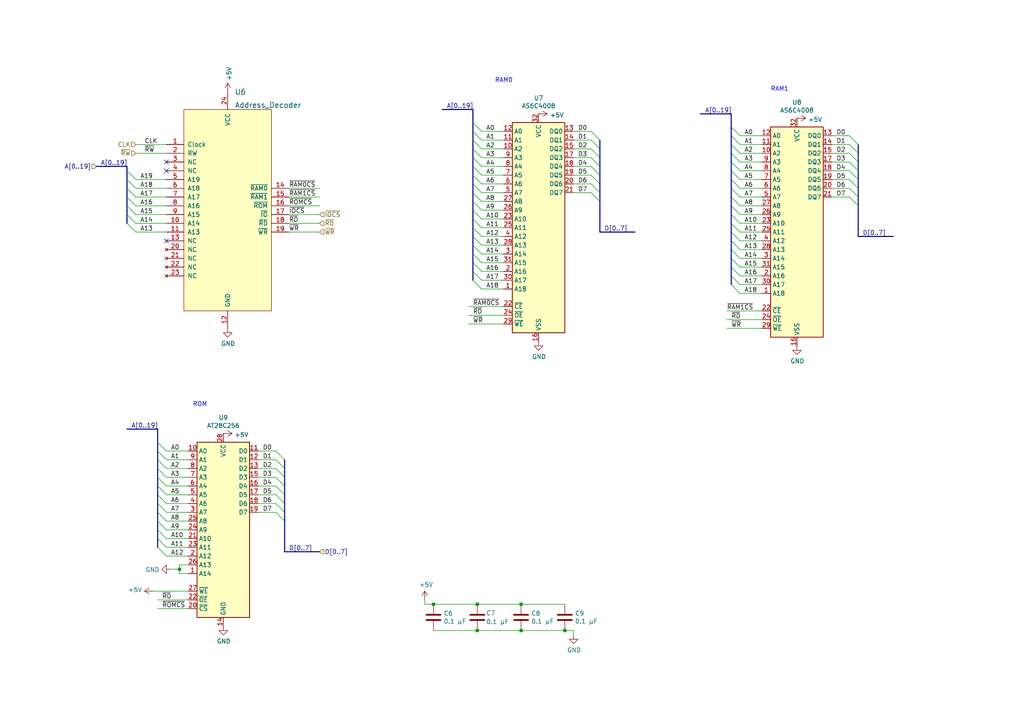
<source format=kicad_sch>
(kicad_sch (version 20211123) (generator eeschema)
  (paper "A4")
  (lib_symbols
    (symbol "Device:C" (pin_numbers hide) (pin_names (offset 0.254))
      (property "Reference" "C" (at 0.635 2.54 0))
      (property "Value" "C" (at 0.635 -2.54 0))
      (symbol "C_0_1"
        (polyline (pts (xy -2.032 -0.762) (xy 2.032 -0.762)) (stroke (width 0.508)))
        (polyline (pts (xy -2.032 0.762) (xy 2.032 0.762)) (stroke (width 0.508)))
      )
      (symbol "C_1_1"
        (pin passive line (at 0 3.81 270) (length 2.794) (name "~") (number "1"))
        (pin passive line (at 0 -3.81 90) (length 2.794) (name "~") (number "2"))
      )
    )
    (symbol "generated_parts:Address_Decoder" (pin_names (offset 1.016))
      (property "Reference" "U" (at 3.81 6.35 0))
      (property "Value" "Address_Decoder" (at 3.81 3.81 0))
      (symbol "Address_Decoder_1_1"
        (rectangle (start 5.08 10.16) (end 30.48 -48.26) (fill (type background)))
        (pin input line (at 0 0 0) (length 5.08) (name "Clock") (number "1"))
        (pin input line (at 0 -22.86 0) (length 5.08) (name "A14") (number "10"))
        (pin input line (at 0 -25.4 0) (length 5.08) (name "A13") (number "11"))
        (pin power_in line (at 17.78 -53.34 90) (length 5.08) (name "GND") (number "12"))
        (pin input line (at 0 -27.94 0) (length 5.08) (name "NC") (number "13"))
        (pin output line (at 35.56 -12.7 180) (length 5.08) (name "~{RAM0}") (number "14"))
        (pin output line (at 35.56 -15.24 180) (length 5.08) (name "~{RAM1}") (number "15"))
        (pin output line (at 35.56 -17.78 180) (length 5.08) (name "~{ROM}") (number "16"))
        (pin output line (at 35.56 -20.32 180) (length 5.08) (name "~{IO}") (number "17"))
        (pin output line (at 35.56 -22.86 180) (length 5.08) (name "~{RD}") (number "18"))
        (pin output line (at 35.56 -25.4 180) (length 5.08) (name "~{WR}") (number "19"))
        (pin input line (at 0 -2.54 0) (length 5.08) (name "RW") (number "2"))
        (pin no_connect line (at 0 -30.48 0) (length 5.08) (name "NC") (number "20"))
        (pin no_connect line (at 0 -33.02 0) (length 5.08) (name "NC") (number "21"))
        (pin no_connect line (at 0 -35.56 0) (length 5.08) (name "NC") (number "22"))
        (pin no_connect line (at 0 -38.1 0) (length 5.08) (name "NC") (number "23"))
        (pin power_in line (at 17.78 15.24 270) (length 5.08) (name "VCC") (number "24"))
        (pin input line (at 0 -5.08 0) (length 5.08) (name "NC") (number "3"))
        (pin input line (at 0 -7.62 0) (length 5.08) (name "NC") (number "4"))
        (pin input line (at 0 -10.16 0) (length 5.08) (name "A19") (number "5"))
        (pin input line (at 0 -12.7 0) (length 5.08) (name "A18") (number "6"))
        (pin input line (at 0 -15.24 0) (length 5.08) (name "A17") (number "7"))
        (pin input line (at 0 -17.78 0) (length 5.08) (name "A16") (number "8"))
        (pin input line (at 0 -20.32 0) (length 5.08) (name "A15") (number "9"))
      )
    )
    (symbol "power:+5V" (power) (pin_names (offset 0))
      (property "Value" "+5V" (at 0 3.556 0))
      (symbol "+5V_0_1"
        (polyline (pts (xy -0.762 1.27) (xy 0 2.54)))
        (polyline (pts (xy 0 0) (xy 0 2.54)))
        (polyline (pts (xy 0 2.54) (xy 0.762 1.27)))
      )
      (symbol "+5V_1_1"
        (pin power_in line (at 0 0 90) (length 0) hide (name "+5V") (number "1"))
      )
    )
    (symbol "power:GND" (power) (pin_names (offset 0))
      (property "Value" "GND" (at 0 -3.81 0))
      (symbol "GND_0_1"
        (polyline (pts (xy 0 0) (xy 0 -1.27) (xy 1.27 -1.27) (xy 0 -2.54) (xy -1.27 -1.27) (xy 0 -1.27)))
      )
      (symbol "GND_1_1"
        (pin power_in line (at 0 0 270) (length 0) hide (name "GND") (number "1"))
      )
    )
    (symbol "project:AS6C4008"
      (property "Reference" "U" (at -7.62 26.67 0))
      (property "Value" "AS6C4008" (at 3.81 -36.83 0))
      (symbol "AS6C4008_0_0"
        (pin input line (at -10.16 -22.86 0) (length 2.54) (name "A18") (number "1"))
        (pin input line (at -10.16 -17.78 0) (length 2.54) (name "A16") (number "2"))
        (pin input line (at -10.16 -20.32 0) (length 2.54) (name "A17") (number "30"))
        (pin input line (at -10.16 -15.24 0) (length 2.54) (name "A15") (number "31"))
      )
      (symbol "AS6C4008_0_1"
        (rectangle (start -7.62 25.4) (end 7.62 -35.56) (stroke (width 0.254)) (fill (type background)))
      )
      (symbol "AS6C4008_1_1"
        (pin input line (at -10.16 17.78 0) (length 2.54) (name "A2") (number "10"))
        (pin input line (at -10.16 20.32 0) (length 2.54) (name "A1") (number "11"))
        (pin input line (at -10.16 22.86 0) (length 2.54) (name "A0") (number "12"))
        (pin tri_state line (at 10.16 22.86 180) (length 2.54) (name "DQ0") (number "13"))
        (pin tri_state line (at 10.16 20.32 180) (length 2.54) (name "DQ1") (number "14"))
        (pin tri_state line (at 10.16 17.78 180) (length 2.54) (name "DQ2") (number "15"))
        (pin power_in line (at 0 -38.1 90) (length 2.54) (name "VSS") (number "16"))
        (pin tri_state line (at 10.16 15.24 180) (length 2.54) (name "DQ3") (number "17"))
        (pin tri_state line (at 10.16 12.7 180) (length 2.54) (name "DQ4") (number "18"))
        (pin tri_state line (at 10.16 10.16 180) (length 2.54) (name "DQ5") (number "19"))
        (pin tri_state line (at 10.16 7.62 180) (length 2.54) (name "DQ6") (number "20"))
        (pin tri_state line (at 10.16 5.08 180) (length 2.54) (name "DQ7") (number "21"))
        (pin input line (at -10.16 -27.94 0) (length 2.54) (name "~{CE}") (number "22"))
        (pin input line (at -10.16 -2.54 0) (length 2.54) (name "A10") (number "23"))
        (pin input line (at -10.16 -30.48 0) (length 2.54) (name "~{OE}") (number "24"))
        (pin input line (at -10.16 -5.08 0) (length 2.54) (name "A11") (number "25"))
        (pin input line (at -10.16 0 0) (length 2.54) (name "A9") (number "26"))
        (pin input line (at -10.16 2.54 0) (length 2.54) (name "A8") (number "27"))
        (pin input line (at -10.16 -10.16 0) (length 2.54) (name "A13") (number "28"))
        (pin input line (at -10.16 -33.02 0) (length 2.54) (name "~{WE}") (number "29"))
        (pin input line (at -10.16 -12.7 0) (length 2.54) (name "A14") (number "3"))
        (pin power_in line (at 0 27.94 270) (length 2.54) (name "VCC") (number "32"))
        (pin input line (at -10.16 -7.62 0) (length 2.54) (name "A12") (number "4"))
        (pin input line (at -10.16 5.08 0) (length 2.54) (name "A7") (number "5"))
        (pin input line (at -10.16 7.62 0) (length 2.54) (name "A6") (number "6"))
        (pin input line (at -10.16 10.16 0) (length 2.54) (name "A5") (number "7"))
        (pin input line (at -10.16 12.7 0) (length 2.54) (name "A4") (number "8"))
        (pin input line (at -10.16 15.24 0) (length 2.54) (name "A3") (number "9"))
      )
    )
    (symbol "project:AT28C256"
      (property "Reference" "U" (at -7.62 26.67 0))
      (property "Value" "AT28C256" (at 2.54 -26.67 0))
      (symbol "AT28C256_1_1"
        (rectangle (start -7.62 25.4) (end 7.62 -25.4) (stroke (width 0.254)) (fill (type background)))
        (pin input line (at -10.16 -12.7 0) (length 2.54) (name "A14") (number "1"))
        (pin input line (at -10.16 22.86 0) (length 2.54) (name "A0") (number "10"))
        (pin tri_state line (at 10.16 22.86 180) (length 2.54) (name "D0") (number "11"))
        (pin tri_state line (at 10.16 20.32 180) (length 2.54) (name "D1") (number "12"))
        (pin tri_state line (at 10.16 17.78 180) (length 2.54) (name "D2") (number "13"))
        (pin power_in line (at 0 -27.94 90) (length 2.54) (name "GND") (number "14"))
        (pin tri_state line (at 10.16 15.24 180) (length 2.54) (name "D3") (number "15"))
        (pin tri_state line (at 10.16 12.7 180) (length 2.54) (name "D4") (number "16"))
        (pin tri_state line (at 10.16 10.16 180) (length 2.54) (name "D5") (number "17"))
        (pin tri_state line (at 10.16 7.62 180) (length 2.54) (name "D6") (number "18"))
        (pin tri_state line (at 10.16 5.08 180) (length 2.54) (name "D7") (number "19"))
        (pin input line (at -10.16 -7.62 0) (length 2.54) (name "A12") (number "2"))
        (pin input line (at -10.16 -22.86 0) (length 2.54) (name "~{CS}") (number "20"))
        (pin input line (at -10.16 -2.54 0) (length 2.54) (name "A10") (number "21"))
        (pin input line (at -10.16 -20.32 0) (length 2.54) (name "~{OE}") (number "22"))
        (pin input line (at -10.16 -5.08 0) (length 2.54) (name "A11") (number "23"))
        (pin input line (at -10.16 0 0) (length 2.54) (name "A9") (number "24"))
        (pin input line (at -10.16 2.54 0) (length 2.54) (name "A8") (number "25"))
        (pin input line (at -10.16 -10.16 0) (length 2.54) (name "A13") (number "26"))
        (pin input line (at -10.16 -17.78 0) (length 2.54) (name "~{WE}") (number "27"))
        (pin power_in line (at 0 27.94 270) (length 2.54) (name "VCC") (number "28"))
        (pin input line (at -10.16 5.08 0) (length 2.54) (name "A7") (number "3"))
        (pin input line (at -10.16 7.62 0) (length 2.54) (name "A6") (number "4"))
        (pin input line (at -10.16 10.16 0) (length 2.54) (name "A5") (number "5"))
        (pin input line (at -10.16 12.7 0) (length 2.54) (name "A4") (number "6"))
        (pin input line (at -10.16 15.24 0) (length 2.54) (name "A3") (number "7"))
        (pin input line (at -10.16 17.78 0) (length 2.54) (name "A2") (number "8"))
        (pin input line (at -10.16 20.32 0) (length 2.54) (name "A1") (number "9"))
      )
    )
  )
  (junction (at 163.83 182.88))
  (junction (at 151.13 182.88))
  (junction (at 151.13 175.26))
  (junction (at 138.43 182.88))
  (junction (at 125.73 175.26))
  (junction (at 138.43 175.26))
  (junction (at 52.07 165.1))
  (no_connect (at 48.26 69.85))
  (no_connect (at 48.26 46.99))
  (no_connect (at 48.26 49.53))
  (bus_entry (at 45.72 148.59) (size 2.54 2.54))
  (bus_entry (at 212.09 62.23) (size 2.54 2.54))
  (bus_entry (at 80.01 143.51) (size 2.54 2.54))
  (bus_entry (at 212.09 67.31) (size 2.54 2.54))
  (bus_entry (at 171.45 40.64) (size 2.54 2.54))
  (bus_entry (at 171.45 53.34) (size 2.54 2.54))
  (bus_entry (at 137.16 68.58) (size 2.54 2.54))
  (bus_entry (at 212.09 44.45) (size 2.54 2.54))
  (bus_entry (at 137.16 81.28) (size 2.54 2.54))
  (bus_entry (at 137.16 53.34) (size 2.54 2.54))
  (bus_entry (at 45.72 140.97) (size 2.54 2.54))
  (bus_entry (at 212.09 39.37) (size 2.54 2.54))
  (bus_entry (at 212.09 69.85) (size 2.54 2.54))
  (bus_entry (at 212.09 80.01) (size 2.54 2.54))
  (bus_entry (at 45.72 128.27) (size 2.54 2.54))
  (bus_entry (at 80.01 138.43) (size 2.54 2.54))
  (bus_entry (at 45.72 156.21) (size 2.54 2.54))
  (bus_entry (at 212.09 46.99) (size 2.54 2.54))
  (bus_entry (at 171.45 43.18) (size 2.54 2.54))
  (bus_entry (at 246.38 49.53) (size 2.54 2.54))
  (bus_entry (at 246.38 44.45) (size 2.54 2.54))
  (bus_entry (at 137.16 78.74) (size 2.54 2.54))
  (bus_entry (at 36.83 59.69) (size 2.54 2.54))
  (bus_entry (at 137.16 35.56) (size 2.54 2.54))
  (bus_entry (at 45.72 130.81) (size 2.54 2.54))
  (bus_entry (at 171.45 55.88) (size 2.54 2.54))
  (bus_entry (at 137.16 45.72) (size 2.54 2.54))
  (bus_entry (at 212.09 82.55) (size 2.54 2.54))
  (bus_entry (at 36.83 62.23) (size 2.54 2.54))
  (bus_entry (at 212.09 64.77) (size 2.54 2.54))
  (bus_entry (at 36.83 49.53) (size 2.54 2.54))
  (bus_entry (at 171.45 48.26) (size 2.54 2.54))
  (bus_entry (at 80.01 133.35) (size 2.54 2.54))
  (bus_entry (at 36.83 64.77) (size 2.54 2.54))
  (bus_entry (at 246.38 54.61) (size 2.54 2.54))
  (bus_entry (at 36.83 52.07) (size 2.54 2.54))
  (bus_entry (at 137.16 76.2) (size 2.54 2.54))
  (bus_entry (at 246.38 46.99) (size 2.54 2.54))
  (bus_entry (at 212.09 41.91) (size 2.54 2.54))
  (bus_entry (at 137.16 48.26) (size 2.54 2.54))
  (bus_entry (at 80.01 140.97) (size 2.54 2.54))
  (bus_entry (at 137.16 58.42) (size 2.54 2.54))
  (bus_entry (at 45.72 146.05) (size 2.54 2.54))
  (bus_entry (at 45.72 151.13) (size 2.54 2.54))
  (bus_entry (at 45.72 138.43) (size 2.54 2.54))
  (bus_entry (at 212.09 72.39) (size 2.54 2.54))
  (bus_entry (at 212.09 52.07) (size 2.54 2.54))
  (bus_entry (at 171.45 45.72) (size 2.54 2.54))
  (bus_entry (at 137.16 55.88) (size 2.54 2.54))
  (bus_entry (at 45.72 158.75) (size 2.54 2.54))
  (bus_entry (at 212.09 36.83) (size 2.54 2.54))
  (bus_entry (at 36.83 57.15) (size 2.54 2.54))
  (bus_entry (at 246.38 57.15) (size 2.54 2.54))
  (bus_entry (at 137.16 50.8) (size 2.54 2.54))
  (bus_entry (at 246.38 52.07) (size 2.54 2.54))
  (bus_entry (at 212.09 59.69) (size 2.54 2.54))
  (bus_entry (at 45.72 153.67) (size 2.54 2.54))
  (bus_entry (at 137.16 40.64) (size 2.54 2.54))
  (bus_entry (at 212.09 77.47) (size 2.54 2.54))
  (bus_entry (at 45.72 133.35) (size 2.54 2.54))
  (bus_entry (at 137.16 38.1) (size 2.54 2.54))
  (bus_entry (at 212.09 54.61) (size 2.54 2.54))
  (bus_entry (at 212.09 74.93) (size 2.54 2.54))
  (bus_entry (at 45.72 135.89) (size 2.54 2.54))
  (bus_entry (at 212.09 49.53) (size 2.54 2.54))
  (bus_entry (at 80.01 146.05) (size 2.54 2.54))
  (bus_entry (at 137.16 60.96) (size 2.54 2.54))
  (bus_entry (at 45.72 143.51) (size 2.54 2.54))
  (bus_entry (at 137.16 63.5) (size 2.54 2.54))
  (bus_entry (at 80.01 135.89) (size 2.54 2.54))
  (bus_entry (at 246.38 39.37) (size 2.54 2.54))
  (bus_entry (at 137.16 66.04) (size 2.54 2.54))
  (bus_entry (at 137.16 43.18) (size 2.54 2.54))
  (bus_entry (at 137.16 73.66) (size 2.54 2.54))
  (bus_entry (at 80.01 148.59) (size 2.54 2.54))
  (bus_entry (at 80.01 130.81) (size 2.54 2.54))
  (bus_entry (at 36.83 54.61) (size 2.54 2.54))
  (bus_entry (at 171.45 50.8) (size 2.54 2.54))
  (bus_entry (at 246.38 41.91) (size 2.54 2.54))
  (bus_entry (at 137.16 71.12) (size 2.54 2.54))
  (bus_entry (at 212.09 57.15) (size 2.54 2.54))
  (bus_entry (at 171.45 38.1) (size 2.54 2.54))
  (bus (pts (xy 173.99 55.88) (xy 173.99 58.42)))
  (bus (pts (xy 248.92 49.53) (xy 248.92 52.07)))
  (wire (pts (xy 74.93 133.35) (xy 80.01 133.35)))
  (wire (pts (xy 125.73 175.26) (xy 123.19 175.26)))
  (wire (pts (xy 166.37 40.64) (xy 171.45 40.64)))
  (bus (pts (xy 248.92 57.15) (xy 248.92 59.69)))
  (wire (pts (xy 139.7 76.2) (xy 146.05 76.2)))
  (wire (pts (xy 83.82 59.69) (xy 92.71 59.69)))
  (bus (pts (xy 36.83 59.69) (xy 36.83 62.23)))
  (wire (pts (xy 83.82 54.61) (xy 92.71 54.61)))
  (bus (pts (xy 82.55 140.97) (xy 82.55 143.51)))
  (wire (pts (xy 214.63 82.55) (xy 220.98 82.55)))
  (wire (pts (xy 139.7 55.88) (xy 146.05 55.88)))
  (wire (pts (xy 48.26 148.59) (xy 54.61 148.59)))
  (wire (pts (xy 48.26 52.07) (xy 39.37 52.07)))
  (bus (pts (xy 45.72 148.59) (xy 45.72 151.13)))
  (bus (pts (xy 45.72 124.46) (xy 45.72 128.27)))
  (wire (pts (xy 139.7 53.34) (xy 146.05 53.34)))
  (wire (pts (xy 74.93 140.97) (xy 80.01 140.97)))
  (bus (pts (xy 212.09 69.85) (xy 212.09 72.39)))
  (wire (pts (xy 241.3 54.61) (xy 246.38 54.61)))
  (wire (pts (xy 241.3 49.53) (xy 246.38 49.53)))
  (wire (pts (xy 135.89 91.44) (xy 146.05 91.44)))
  (wire (pts (xy 241.3 57.15) (xy 246.38 57.15)))
  (wire (pts (xy 44.45 171.45) (xy 54.61 171.45)))
  (wire (pts (xy 48.26 151.13) (xy 54.61 151.13)))
  (wire (pts (xy 83.82 64.77) (xy 92.71 64.77)))
  (bus (pts (xy 137.16 55.88) (xy 137.16 58.42)))
  (wire (pts (xy 39.37 57.15) (xy 48.26 57.15)))
  (wire (pts (xy 139.7 48.26) (xy 146.05 48.26)))
  (bus (pts (xy 45.72 133.35) (xy 45.72 135.89)))
  (wire (pts (xy 48.26 146.05) (xy 54.61 146.05)))
  (bus (pts (xy 137.16 53.34) (xy 137.16 55.88)))
  (bus (pts (xy 36.83 49.53) (xy 36.83 52.07)))
  (bus (pts (xy 212.09 59.69) (xy 212.09 62.23)))
  (bus (pts (xy 45.72 143.51) (xy 45.72 146.05)))
  (wire (pts (xy 214.63 67.31) (xy 220.98 67.31)))
  (wire (pts (xy 214.63 64.77) (xy 220.98 64.77)))
  (wire (pts (xy 48.26 130.81) (xy 54.61 130.81)))
  (bus (pts (xy 137.16 68.58) (xy 137.16 71.12)))
  (bus (pts (xy 137.16 78.74) (xy 137.16 81.28)))
  (bus (pts (xy 45.72 156.21) (xy 45.72 158.75)))
  (wire (pts (xy 214.63 72.39) (xy 220.98 72.39)))
  (wire (pts (xy 39.37 64.77) (xy 48.26 64.77)))
  (bus (pts (xy 36.83 62.23) (xy 36.83 64.77)))
  (bus (pts (xy 173.99 43.18) (xy 173.99 45.72)))
  (bus (pts (xy 212.09 62.23) (xy 212.09 64.77)))
  (wire (pts (xy 146.05 93.98) (xy 135.89 93.98)))
  (wire (pts (xy 39.37 62.23) (xy 48.26 62.23)))
  (bus (pts (xy 137.16 60.96) (xy 137.16 63.5)))
  (bus (pts (xy 212.09 80.01) (xy 212.09 82.55)))
  (bus (pts (xy 45.72 140.97) (xy 45.72 143.51)))
  (wire (pts (xy 214.63 49.53) (xy 220.98 49.53)))
  (wire (pts (xy 48.26 138.43) (xy 54.61 138.43)))
  (bus (pts (xy 248.92 54.61) (xy 248.92 57.15)))
  (wire (pts (xy 166.37 50.8) (xy 171.45 50.8)))
  (wire (pts (xy 48.26 140.97) (xy 54.61 140.97)))
  (bus (pts (xy 137.16 71.12) (xy 137.16 73.66)))
  (wire (pts (xy 214.63 54.61) (xy 220.98 54.61)))
  (bus (pts (xy 137.16 40.64) (xy 137.16 43.18)))
  (bus (pts (xy 45.72 128.27) (xy 45.72 130.81)))
  (bus (pts (xy 137.16 73.66) (xy 137.16 76.2)))
  (wire (pts (xy 52.07 165.1) (xy 52.07 163.83)))
  (wire (pts (xy 214.63 85.09) (xy 220.98 85.09)))
  (bus (pts (xy 212.09 77.47) (xy 212.09 80.01)))
  (bus (pts (xy 212.09 33.02) (xy 212.09 36.83)))
  (bus (pts (xy 82.55 133.35) (xy 82.55 135.89)))
  (wire (pts (xy 214.63 52.07) (xy 220.98 52.07)))
  (bus (pts (xy 137.16 43.18) (xy 137.16 45.72)))
  (bus (pts (xy 212.09 46.99) (xy 212.09 49.53)))
  (bus (pts (xy 212.09 49.53) (xy 212.09 52.07)))
  (wire (pts (xy 166.37 182.88) (xy 166.37 184.15)))
  (bus (pts (xy 203.2 33.02) (xy 212.09 33.02)))
  (wire (pts (xy 83.82 67.31) (xy 92.71 67.31)))
  (wire (pts (xy 214.63 59.69) (xy 220.98 59.69)))
  (wire (pts (xy 210.82 90.17) (xy 220.98 90.17)))
  (wire (pts (xy 163.83 182.88) (xy 166.37 182.88)))
  (wire (pts (xy 48.26 156.21) (xy 54.61 156.21)))
  (wire (pts (xy 139.7 66.04) (xy 146.05 66.04)))
  (wire (pts (xy 214.63 74.93) (xy 220.98 74.93)))
  (bus (pts (xy 128.27 31.75) (xy 137.16 31.75)))
  (wire (pts (xy 214.63 77.47) (xy 220.98 77.47)))
  (bus (pts (xy 248.92 52.07) (xy 248.92 54.61)))
  (wire (pts (xy 74.93 135.89) (xy 80.01 135.89)))
  (wire (pts (xy 210.82 92.71) (xy 220.98 92.71)))
  (wire (pts (xy 48.26 153.67) (xy 54.61 153.67)))
  (bus (pts (xy 137.16 66.04) (xy 137.16 68.58)))
  (bus (pts (xy 212.09 52.07) (xy 212.09 54.61)))
  (wire (pts (xy 241.3 46.99) (xy 246.38 46.99)))
  (wire (pts (xy 139.7 83.82) (xy 146.05 83.82)))
  (wire (pts (xy 166.37 38.1) (xy 171.45 38.1)))
  (wire (pts (xy 49.53 165.1) (xy 52.07 165.1)))
  (wire (pts (xy 139.7 78.74) (xy 146.05 78.74)))
  (wire (pts (xy 166.37 48.26) (xy 171.45 48.26)))
  (bus (pts (xy 45.72 151.13) (xy 45.72 153.67)))
  (wire (pts (xy 138.43 175.26) (xy 151.13 175.26)))
  (wire (pts (xy 166.37 43.18) (xy 171.45 43.18)))
  (wire (pts (xy 125.73 175.26) (xy 138.43 175.26)))
  (bus (pts (xy 137.16 76.2) (xy 137.16 78.74)))
  (bus (pts (xy 137.16 45.72) (xy 137.16 48.26)))
  (wire (pts (xy 214.63 46.99) (xy 220.98 46.99)))
  (bus (pts (xy 137.16 58.42) (xy 137.16 60.96)))
  (bus (pts (xy 82.55 138.43) (xy 82.55 140.97)))
  (wire (pts (xy 166.37 53.34) (xy 171.45 53.34)))
  (bus (pts (xy 248.92 41.91) (xy 248.92 44.45)))
  (wire (pts (xy 139.7 43.18) (xy 146.05 43.18)))
  (wire (pts (xy 125.73 182.88) (xy 138.43 182.88)))
  (bus (pts (xy 248.92 59.69) (xy 248.92 68.58)))
  (wire (pts (xy 139.7 63.5) (xy 146.05 63.5)))
  (bus (pts (xy 137.16 48.26) (xy 137.16 50.8)))
  (bus (pts (xy 45.72 130.81) (xy 45.72 133.35)))
  (wire (pts (xy 166.37 45.72) (xy 171.45 45.72)))
  (bus (pts (xy 137.16 31.75) (xy 137.16 35.56)))
  (wire (pts (xy 214.63 57.15) (xy 220.98 57.15)))
  (wire (pts (xy 48.26 158.75) (xy 54.61 158.75)))
  (wire (pts (xy 39.37 41.91) (xy 48.26 41.91)))
  (wire (pts (xy 139.7 71.12) (xy 146.05 71.12)))
  (wire (pts (xy 54.61 176.53) (xy 45.72 176.53)))
  (wire (pts (xy 241.3 44.45) (xy 246.38 44.45)))
  (bus (pts (xy 212.09 54.61) (xy 212.09 57.15)))
  (wire (pts (xy 39.37 54.61) (xy 48.26 54.61)))
  (bus (pts (xy 45.72 146.05) (xy 45.72 148.59)))
  (bus (pts (xy 248.92 46.99) (xy 248.92 49.53)))
  (wire (pts (xy 48.26 143.51) (xy 54.61 143.51)))
  (bus (pts (xy 212.09 72.39) (xy 212.09 74.93)))
  (bus (pts (xy 27.94 48.26) (xy 36.83 48.26)))
  (bus (pts (xy 173.99 45.72) (xy 173.99 48.26)))
  (wire (pts (xy 74.93 143.51) (xy 80.01 143.51)))
  (bus (pts (xy 173.99 40.64) (xy 173.99 43.18)))
  (wire (pts (xy 241.3 41.91) (xy 246.38 41.91)))
  (bus (pts (xy 248.92 68.58) (xy 259.08 68.58)))
  (wire (pts (xy 39.37 67.31) (xy 48.26 67.31)))
  (wire (pts (xy 123.19 175.26) (xy 123.19 173.99)))
  (wire (pts (xy 214.63 41.91) (xy 220.98 41.91)))
  (bus (pts (xy 248.92 44.45) (xy 248.92 46.99)))
  (bus (pts (xy 82.55 135.89) (xy 82.55 138.43)))
  (wire (pts (xy 139.7 68.58) (xy 146.05 68.58)))
  (wire (pts (xy 139.7 40.64) (xy 146.05 40.64)))
  (wire (pts (xy 166.37 55.88) (xy 171.45 55.88)))
  (bus (pts (xy 82.55 160.02) (xy 92.71 160.02)))
  (wire (pts (xy 151.13 175.26) (xy 163.83 175.26)))
  (wire (pts (xy 74.93 148.59) (xy 80.01 148.59)))
  (bus (pts (xy 45.72 135.89) (xy 45.72 138.43)))
  (bus (pts (xy 212.09 44.45) (xy 212.09 46.99)))
  (bus (pts (xy 137.16 63.5) (xy 137.16 66.04)))
  (bus (pts (xy 212.09 67.31) (xy 212.09 69.85)))
  (wire (pts (xy 52.07 165.1) (xy 52.07 166.37)))
  (wire (pts (xy 151.13 182.88) (xy 163.83 182.88)))
  (wire (pts (xy 241.3 39.37) (xy 246.38 39.37)))
  (wire (pts (xy 139.7 45.72) (xy 146.05 45.72)))
  (wire (pts (xy 214.63 80.01) (xy 220.98 80.01)))
  (wire (pts (xy 74.93 146.05) (xy 80.01 146.05)))
  (bus (pts (xy 137.16 38.1) (xy 137.16 40.64)))
  (bus (pts (xy 212.09 39.37) (xy 212.09 41.91)))
  (wire (pts (xy 74.93 138.43) (xy 80.01 138.43)))
  (wire (pts (xy 220.98 95.25) (xy 210.82 95.25)))
  (bus (pts (xy 173.99 53.34) (xy 173.99 55.88)))
  (wire (pts (xy 39.37 59.69) (xy 48.26 59.69)))
  (wire (pts (xy 48.26 161.29) (xy 54.61 161.29)))
  (bus (pts (xy 45.72 153.67) (xy 45.72 156.21)))
  (bus (pts (xy 45.72 138.43) (xy 45.72 140.97)))
  (bus (pts (xy 36.83 52.07) (xy 36.83 54.61)))
  (wire (pts (xy 135.89 88.9) (xy 146.05 88.9)))
  (wire (pts (xy 83.82 62.23) (xy 92.71 62.23)))
  (bus (pts (xy 212.09 64.77) (xy 212.09 67.31)))
  (wire (pts (xy 83.82 57.15) (xy 92.71 57.15)))
  (bus (pts (xy 36.83 57.15) (xy 36.83 59.69)))
  (wire (pts (xy 214.63 62.23) (xy 220.98 62.23)))
  (wire (pts (xy 139.7 38.1) (xy 146.05 38.1)))
  (bus (pts (xy 173.99 50.8) (xy 173.99 53.34)))
  (wire (pts (xy 214.63 44.45) (xy 220.98 44.45)))
  (wire (pts (xy 48.26 135.89) (xy 54.61 135.89)))
  (bus (pts (xy 212.09 74.93) (xy 212.09 77.47)))
  (wire (pts (xy 214.63 69.85) (xy 220.98 69.85)))
  (wire (pts (xy 52.07 166.37) (xy 54.61 166.37)))
  (bus (pts (xy 173.99 58.42) (xy 173.99 67.31)))
  (bus (pts (xy 137.16 35.56) (xy 137.16 38.1)))
  (wire (pts (xy 48.26 133.35) (xy 54.61 133.35)))
  (bus (pts (xy 82.55 146.05) (xy 82.55 148.59)))
  (bus (pts (xy 82.55 143.51) (xy 82.55 146.05)))
  (wire (pts (xy 54.61 173.99) (xy 45.72 173.99)))
  (wire (pts (xy 139.7 81.28) (xy 146.05 81.28)))
  (bus (pts (xy 212.09 41.91) (xy 212.09 44.45)))
  (bus (pts (xy 173.99 48.26) (xy 173.99 50.8)))
  (bus (pts (xy 36.83 54.61) (xy 36.83 57.15)))
  (wire (pts (xy 139.7 58.42) (xy 146.05 58.42)))
  (bus (pts (xy 36.83 48.26) (xy 36.83 49.53)))
  (bus (pts (xy 173.99 67.31) (xy 184.15 67.31)))
  (bus (pts (xy 212.09 36.83) (xy 212.09 39.37)))
  (wire (pts (xy 139.7 73.66) (xy 146.05 73.66)))
  (bus (pts (xy 82.55 148.59) (xy 82.55 151.13)))
  (wire (pts (xy 139.7 60.96) (xy 146.05 60.96)))
  (wire (pts (xy 138.43 182.88) (xy 151.13 182.88)))
  (wire (pts (xy 74.93 130.81) (xy 80.01 130.81)))
  (bus (pts (xy 82.55 151.13) (xy 82.55 160.02)))
  (wire (pts (xy 39.37 44.45) (xy 48.26 44.45)))
  (wire (pts (xy 241.3 52.07) (xy 246.38 52.07)))
  (wire (pts (xy 214.63 39.37) (xy 220.98 39.37)))
  (bus (pts (xy 212.09 57.15) (xy 212.09 59.69)))
  (bus (pts (xy 36.83 124.46) (xy 45.72 124.46)))
  (wire (pts (xy 139.7 50.8) (xy 146.05 50.8)))
  (wire (pts (xy 52.07 163.83) (xy 54.61 163.83)))
  (bus (pts (xy 137.16 50.8) (xy 137.16 53.34)))
  (text "ROM" (at 55.88 118.11 0) (effects (font (size 1.27 1.27)) (justify left bottom)))
  (text "RAM0" (at 143.51 24.13 0) (effects (font (size 1.27 1.27)) (justify left bottom)))
  (text "RAM1" (at 223.52 26.67 0) (effects (font (size 1.27 1.27)) (justify left bottom)))
  (label "~{RAM0CS}" (at 137.16 88.9 0))
  (label "A14" (at 140.97 73.66 0))
  (label "~{RAM1CS}" (at 210.82 90.17 0))
  (label "A0" (at 215.9 39.37 0))
  (label "A19" (at 40.64 52.07 0))
  (label "D1" (at 167.64 40.64 0))
  (label "~{WR}" (at 137.16 93.98 0))
  (label "D6" (at 76.2 146.05 0))
  (label "D7" (at 76.2 148.59 0))
  (label "~{RAM0CS}" (at 83.82 54.61 0))
  (label "A0" (at 140.97 38.1 0))
  (label "A17" (at 40.64 57.15 0))
  (label "A14" (at 40.64 64.77 0))
  (label "~{ROMCS}" (at 46.99 176.53 0))
  (label "D2" (at 242.57 44.45 0))
  (label "A9" (at 215.9 62.23 0))
  (label "A11" (at 140.97 66.04 0))
  (label "A3" (at 215.9 46.99 0))
  (label "A17" (at 215.9 82.55 0))
  (label "~{WR}" (at 212.09 95.25 0))
  (label "A3" (at 49.53 138.43 0))
  (label "D2" (at 76.2 135.89 0))
  (label "D3" (at 167.64 45.72 0))
  (label "A15" (at 215.9 77.47 0))
  (label "A17" (at 140.97 81.28 0))
  (label "~{ROMCS}" (at 83.82 59.69 0))
  (label "A5" (at 49.53 143.51 0))
  (label "~{RAM1CS}" (at 83.82 57.15 0))
  (label "D3" (at 242.57 46.99 0))
  (label "A4" (at 140.97 48.26 0))
  (label "A11" (at 215.9 67.31 0))
  (label "A13" (at 215.9 72.39 0))
  (label "A0" (at 49.53 130.81 0))
  (label "A10" (at 49.53 156.21 0))
  (label "D6" (at 242.57 54.61 0))
  (label "A18" (at 140.97 83.82 0))
  (label "D0" (at 242.57 39.37 0))
  (label "D5" (at 76.2 143.51 0))
  (label "~{RD}" (at 212.09 92.71 0))
  (label "A8" (at 49.53 151.13 0))
  (label "D4" (at 242.57 49.53 0))
  (label "A13" (at 140.97 71.12 0))
  (label "D7" (at 167.64 55.88 0))
  (label "CLK" (at 41.91 41.91 0))
  (label "A15" (at 140.97 76.2 0))
  (label "A15" (at 40.64 62.23 0))
  (label "~{WR}" (at 83.82 67.31 0))
  (label "~{RD}" (at 83.82 64.77 0))
  (label "A7" (at 215.9 57.15 0))
  (label "A1" (at 49.53 133.35 0))
  (label "A4" (at 215.9 49.53 0))
  (label "A12" (at 215.9 69.85 0))
  (label "A[0..19]" (at 29.21 48.26 0))
  (label "D5" (at 167.64 50.8 0))
  (label "D7" (at 242.57 57.15 0))
  (label "A13" (at 40.64 67.31 0))
  (label "D2" (at 167.64 43.18 0))
  (label "A1" (at 215.9 41.91 0))
  (label "A7" (at 140.97 55.88 0))
  (label "D1" (at 242.57 41.91 0))
  (label "D3" (at 76.2 138.43 0))
  (label "A12" (at 49.53 161.29 0))
  (label "~{RD}" (at 46.99 173.99 0))
  (label "A2" (at 140.97 43.18 0))
  (label "A12" (at 140.97 68.58 0))
  (label "D0" (at 76.2 130.81 0))
  (label "A2" (at 215.9 44.45 0))
  (label "A18" (at 215.9 85.09 0))
  (label "D0" (at 167.64 38.1 0))
  (label "D[0..7]" (at 175.26 67.31 0))
  (label "A6" (at 215.9 54.61 0))
  (label "D4" (at 167.64 48.26 0))
  (label "A[0..19]" (at 38.1 124.46 0))
  (label "A8" (at 215.9 59.69 0))
  (label "A11" (at 49.53 158.75 0))
  (label "D[0..7]" (at 250.19 68.58 0))
  (label "A6" (at 140.97 53.34 0))
  (label "A[0..19]" (at 204.47 33.02 0))
  (label "A3" (at 140.97 45.72 0))
  (label "A6" (at 49.53 146.05 0))
  (label "A16" (at 40.64 59.69 0))
  (label "A4" (at 49.53 140.97 0))
  (label "D1" (at 76.2 133.35 0))
  (label "A18" (at 40.64 54.61 0))
  (label "~{RD}" (at 137.16 91.44 0))
  (label "A5" (at 215.9 52.07 0))
  (label "A16" (at 140.97 78.74 0))
  (label "A2" (at 49.53 135.89 0))
  (label "A9" (at 49.53 153.67 0))
  (label "A7" (at 49.53 148.59 0))
  (label "A1" (at 140.97 40.64 0))
  (label "D4" (at 76.2 140.97 0))
  (label "~{RW}" (at 41.91 44.45 0))
  (label "D6" (at 167.64 53.34 0))
  (label "A[0..19]" (at 129.54 31.75 0))
  (label "A14" (at 215.9 74.93 0))
  (label "A5" (at 140.97 50.8 0))
  (label "D[0..7]" (at 83.82 160.02 0))
  (label "~{IOCS}" (at 83.82 62.23 0))
  (label "A8" (at 140.97 58.42 0))
  (label "A10" (at 215.9 64.77 0))
  (label "A10" (at 140.97 63.5 0))
  (label "A9" (at 140.97 60.96 0))
  (label "A16" (at 215.9 80.01 0))
  (label "D5" (at 242.57 52.07 0))
  (hierarchical_label "~{RD}" (shape input) (at 92.71 64.77 0))
  (hierarchical_label "A[0..19]" (shape input) (at 27.94 48.26 180))
  (hierarchical_label "D[0..7]" (shape input) (at 92.71 160.02 0))
  (hierarchical_label "CLK" (shape input) (at 39.37 41.91 180))
  (hierarchical_label "~{WR}" (shape input) (at 92.71 67.31 0))
  (hierarchical_label "~{IOCS}" (shape input) (at 92.71 62.23 0))
  (hierarchical_label "~{RW}" (shape input) (at 39.37 44.45 180))
  (symbol (lib_id "power:+5V") (at 156.21 33.02 270) (unit 1)
    (property "Reference" "#PWR020" (effects hide))
    (property "Value" "+5V" (at 159.4612 33.401 90) (effects (justify left)))
  )
  (symbol (lib_id "power:GND") (at 156.21 99.06 0) (unit 1)
    (property "Reference" "#PWR023" (effects hide))
    (property "Value" "GND" (at 156.337 103.4542 0))
  )
  (symbol (lib_id "power:GND") (at 64.77 181.61 0) (unit 1)
    (property "Reference" "#PWR029" (effects hide))
    (property "Value" "GND" (at 64.897 186.0042 0))
  )
  (symbol (lib_id "power:+5V") (at 64.77 125.73 270) (unit 1)
    (property "Reference" "#PWR025" (effects hide))
    (property "Value" "+5V" (at 68.0212 126.111 90) (effects (justify left)))
  )
  (symbol (lib_id "power:GND") (at 66.04 95.25 0) (unit 1)
    (property "Reference" "#PWR022" (effects hide))
    (property "Value" "GND" (at 66.167 99.6442 0))
  )
  (symbol (lib_id "power:+5V") (at 66.04 26.67 0) (unit 1)
    (property "Reference" "#PWR019" (effects hide))
    (property "Value" "+5V" (at 66.421 23.4188 90) (effects (justify left)))
  )
  (symbol (lib_id "power:GND") (at 49.53 165.1 270) (unit 1)
    (property "Reference" "#PWR026" (effects hide))
    (property "Value" "GND" (at 46.2788 165.227 90) (effects (justify right)))
  )
  (symbol (lib_id "power:+5V") (at 44.45 171.45 90) (unit 1)
    (property "Reference" "#PWR027" (effects hide))
    (property "Value" "+5V" (at 41.1988 171.069 90) (effects (justify left)))
  )
  (symbol (lib_id "project:AT28C256") (at 64.77 153.67 0) (unit 1)
    (property "Reference" "U9" (at 64.77 121.1326 0))
    (property "Value" "AT28C256" (at 64.77 123.444 0))
  )
  (symbol (lib_id "project:AS6C4008") (at 156.21 60.96 0) (unit 1)
    (property "Reference" "U7" (at 156.21 28.4226 0))
    (property "Value" "AS6C4008" (at 156.21 30.734 0))
  )
  (symbol (lib_id "Device:C") (at 125.73 179.07 0) (unit 1)
    (property "Reference" "C6" (at 128.651 177.9016 0) (effects (justify left)))
    (property "Value" "0.1 µF" (at 128.651 180.213 0) (effects (justify left)))
  )
  (symbol (lib_id "Device:C") (at 138.43 179.07 0) (unit 1)
    (property "Reference" "C7" (at 140.97 177.8 0) (effects (justify left)))
    (property "Value" "0.1 µF" (at 140.97 180.34 0) (effects (justify left)))
  )
  (symbol (lib_id "Device:C") (at 151.13 179.07 0) (unit 1)
    (property "Reference" "C8" (at 154.051 177.9016 0) (effects (justify left)))
    (property "Value" "0.1 µF" (at 154.051 180.213 0) (effects (justify left)))
  )
  (symbol (lib_id "Device:C") (at 163.83 179.07 0) (unit 1)
    (property "Reference" "C9" (at 166.751 177.9016 0) (effects (justify left)))
    (property "Value" "0.1 µF" (at 166.751 180.213 0) (effects (justify left)))
  )
  (symbol (lib_id "power:+5V") (at 123.19 173.99 0) (unit 1)
    (property "Reference" "#PWR028" (effects hide))
    (property "Value" "+5V" (at 123.571 169.5958 0))
  )
  (symbol (lib_id "power:GND") (at 166.37 184.15 0) (unit 1)
    (property "Reference" "#PWR030" (effects hide))
    (property "Value" "GND" (at 166.497 188.5442 0))
  )
  (symbol (lib_id "power:+5V") (at 231.14 34.29 270) (unit 1)
    (property "Reference" "#PWR021" (effects hide))
    (property "Value" "+5V" (at 234.3912 34.671 90) (effects (justify left)))
  )
  (symbol (lib_id "project:AS6C4008") (at 231.14 62.23 0) (unit 1)
    (property "Reference" "U8" (at 231.14 29.6926 0))
    (property "Value" "AS6C4008" (at 231.14 32.004 0))
  )
  (symbol (lib_id "generated_parts:Address_Decoder") (at 48.26 41.91 0) (unit 1)
    (property "Reference" "U6" (at 68.0594 26.67 0) (effects (font (size 1.524 1.524)) (justify left)))
    (property "Value" "Address_Decoder" (at 68.0594 30.48 0) (effects (font (size 1.524 1.524)) (justify left)))
  )
  (symbol (lib_id "power:GND") (at 231.14 100.33 0) (unit 1)
    (property "Reference" "#PWR024" (effects hide))
    (property "Value" "GND" (at 231.267 104.7242 0))
  )
)
</source>
